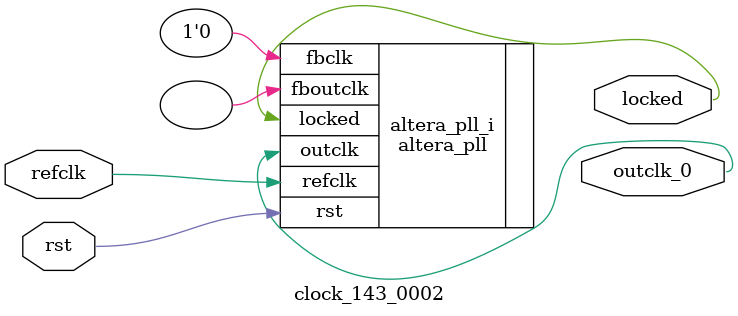
<source format=v>
`timescale 1ns/10ps
module  clock_143_0002(

	// interface 'refclk'
	input wire refclk,

	// interface 'reset'
	input wire rst,

	// interface 'outclk0'
	output wire outclk_0,

	// interface 'locked'
	output wire locked
);

	altera_pll #(
		.fractional_vco_multiplier("false"),
		.reference_clock_frequency("50.0 MHz"),
		.operation_mode("direct"),
		.number_of_clocks(1),
		.output_clock_frequency0("143.000000 MHz"),
		.phase_shift0("0 ps"),
		.duty_cycle0(50),
		.output_clock_frequency1("0 MHz"),
		.phase_shift1("0 ps"),
		.duty_cycle1(50),
		.output_clock_frequency2("0 MHz"),
		.phase_shift2("0 ps"),
		.duty_cycle2(50),
		.output_clock_frequency3("0 MHz"),
		.phase_shift3("0 ps"),
		.duty_cycle3(50),
		.output_clock_frequency4("0 MHz"),
		.phase_shift4("0 ps"),
		.duty_cycle4(50),
		.output_clock_frequency5("0 MHz"),
		.phase_shift5("0 ps"),
		.duty_cycle5(50),
		.output_clock_frequency6("0 MHz"),
		.phase_shift6("0 ps"),
		.duty_cycle6(50),
		.output_clock_frequency7("0 MHz"),
		.phase_shift7("0 ps"),
		.duty_cycle7(50),
		.output_clock_frequency8("0 MHz"),
		.phase_shift8("0 ps"),
		.duty_cycle8(50),
		.output_clock_frequency9("0 MHz"),
		.phase_shift9("0 ps"),
		.duty_cycle9(50),
		.output_clock_frequency10("0 MHz"),
		.phase_shift10("0 ps"),
		.duty_cycle10(50),
		.output_clock_frequency11("0 MHz"),
		.phase_shift11("0 ps"),
		.duty_cycle11(50),
		.output_clock_frequency12("0 MHz"),
		.phase_shift12("0 ps"),
		.duty_cycle12(50),
		.output_clock_frequency13("0 MHz"),
		.phase_shift13("0 ps"),
		.duty_cycle13(50),
		.output_clock_frequency14("0 MHz"),
		.phase_shift14("0 ps"),
		.duty_cycle14(50),
		.output_clock_frequency15("0 MHz"),
		.phase_shift15("0 ps"),
		.duty_cycle15(50),
		.output_clock_frequency16("0 MHz"),
		.phase_shift16("0 ps"),
		.duty_cycle16(50),
		.output_clock_frequency17("0 MHz"),
		.phase_shift17("0 ps"),
		.duty_cycle17(50),
		.pll_type("General"),
		.pll_subtype("General")
	) altera_pll_i (
		.rst	(rst),
		.outclk	({outclk_0}),
		.locked	(locked),
		.fboutclk	( ),
		.fbclk	(1'b0),
		.refclk	(refclk)
	);
endmodule


</source>
